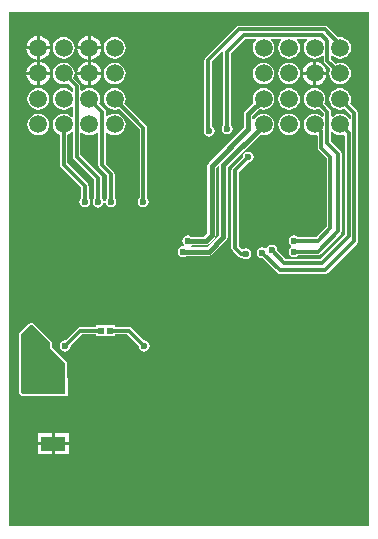
<source format=gbl>
G04*
G04 #@! TF.GenerationSoftware,Altium Limited,Altium Designer,18.0.7 (293)*
G04*
G04 Layer_Physical_Order=2*
G04 Layer_Color=16711680*
%FSLAX25Y25*%
%MOIN*%
G70*
G01*
G75*
%ADD11C,0.01181*%
%ADD22R,0.01968X0.02362*%
%ADD53C,0.01500*%
%ADD57C,0.05906*%
%ADD58C,0.02362*%
%ADD59R,0.08268X0.05000*%
%ADD60R,0.11024X0.07972*%
G36*
X123031Y2953D02*
X2953D01*
Y174213D01*
X123031D01*
Y2953D01*
D02*
G37*
%LPC*%
G36*
X30185Y166283D02*
Y162862D01*
X33606D01*
X33536Y163394D01*
X33138Y164356D01*
X32504Y165181D01*
X31679Y165815D01*
X30717Y166213D01*
X30185Y166283D01*
D02*
G37*
G36*
X13177D02*
Y162862D01*
X16598D01*
X16528Y163394D01*
X16130Y164356D01*
X15496Y165181D01*
X14671Y165815D01*
X13709Y166213D01*
X13177Y166283D01*
D02*
G37*
G36*
X12177Y166283D02*
X11645Y166213D01*
X10684Y165815D01*
X9858Y165181D01*
X9224Y164356D01*
X8826Y163394D01*
X8756Y162862D01*
X12177D01*
Y166283D01*
D02*
G37*
G36*
X29185D02*
X28653Y166213D01*
X27692Y165815D01*
X26866Y165181D01*
X26232Y164356D01*
X25834Y163394D01*
X25764Y162862D01*
X29185D01*
Y166283D01*
D02*
G37*
G36*
X108268Y169748D02*
X79528D01*
X79051Y169654D01*
X78648Y169384D01*
X68411Y159148D01*
X68142Y158744D01*
X68047Y158268D01*
Y135454D01*
X67979Y135352D01*
X67839Y134646D01*
X67979Y133939D01*
X68379Y133340D01*
X68978Y132940D01*
X69685Y132799D01*
X70392Y132940D01*
X70991Y133340D01*
X71391Y133939D01*
X71531Y134646D01*
X71391Y135352D01*
X70991Y135951D01*
X70536Y136255D01*
Y157752D01*
X73962Y161179D01*
X74002Y161174D01*
X74445Y160954D01*
Y136780D01*
X74383Y136739D01*
X73983Y136140D01*
X73843Y135433D01*
X73983Y134726D01*
X74383Y134127D01*
X74982Y133727D01*
X75689Y133587D01*
X76396Y133727D01*
X76995Y134127D01*
X77395Y134726D01*
X77535Y135433D01*
X77395Y136140D01*
X76995Y136739D01*
X76933Y136780D01*
Y160607D01*
X81775Y165448D01*
X85154D01*
X85315Y164975D01*
X85240Y164917D01*
X84666Y164169D01*
X84305Y163297D01*
X84182Y162362D01*
X84305Y161427D01*
X84666Y160555D01*
X85240Y159807D01*
X85988Y159233D01*
X86860Y158872D01*
X87795Y158749D01*
X88731Y158872D01*
X89602Y159233D01*
X90351Y159807D01*
X90925Y160555D01*
X91286Y161427D01*
X91409Y162362D01*
X91286Y163297D01*
X90925Y164169D01*
X90351Y164917D01*
X90275Y164975D01*
X90436Y165448D01*
X93659D01*
X93819Y164975D01*
X93744Y164917D01*
X93170Y164169D01*
X92809Y163297D01*
X92686Y162362D01*
X92809Y161427D01*
X93170Y160555D01*
X93744Y159807D01*
X94492Y159233D01*
X95364Y158872D01*
X96299Y158749D01*
X97234Y158872D01*
X98106Y159233D01*
X98854Y159807D01*
X99429Y160555D01*
X99790Y161427D01*
X99913Y162362D01*
X99790Y163297D01*
X99429Y164169D01*
X98854Y164917D01*
X98779Y164975D01*
X98940Y165448D01*
X102162D01*
X102323Y164975D01*
X102248Y164917D01*
X101674Y164169D01*
X101313Y163297D01*
X101190Y162362D01*
X101313Y161427D01*
X101674Y160555D01*
X102248Y159807D01*
X102996Y159233D01*
X103868Y158872D01*
X104803Y158749D01*
X105738Y158872D01*
X106610Y159233D01*
X107311Y159771D01*
X107710Y159688D01*
X107811Y159653D01*
Y158110D01*
X107905Y157634D01*
X108175Y157230D01*
X110050Y155356D01*
X109817Y154794D01*
X109694Y153858D01*
X109817Y152923D01*
X110178Y152051D01*
X110752Y151303D01*
X111500Y150729D01*
X112372Y150368D01*
X113307Y150245D01*
X114242Y150368D01*
X115114Y150729D01*
X115862Y151303D01*
X116437Y152051D01*
X116797Y152923D01*
X116921Y153858D01*
X116797Y154794D01*
X116437Y155665D01*
X115862Y156413D01*
X115114Y156988D01*
X114242Y157349D01*
X113307Y157472D01*
X112372Y157349D01*
X111809Y157116D01*
X110300Y158626D01*
Y159653D01*
X110400Y159688D01*
X110800Y159771D01*
X111500Y159233D01*
X112372Y158872D01*
X113307Y158749D01*
X114242Y158872D01*
X115114Y159233D01*
X115862Y159807D01*
X116437Y160555D01*
X116797Y161427D01*
X116921Y162362D01*
X116797Y163297D01*
X116437Y164169D01*
X115862Y164917D01*
X115114Y165492D01*
X114242Y165853D01*
X113307Y165976D01*
X112643Y165888D01*
X109148Y169384D01*
X108744Y169654D01*
X108268Y169748D01*
D02*
G37*
G36*
X38189Y165976D02*
X37254Y165853D01*
X36382Y165492D01*
X35634Y164917D01*
X35059Y164169D01*
X34699Y163297D01*
X34575Y162362D01*
X34699Y161427D01*
X35059Y160555D01*
X35634Y159807D01*
X36382Y159233D01*
X37254Y158872D01*
X38189Y158749D01*
X39124Y158872D01*
X39996Y159233D01*
X40744Y159807D01*
X41318Y160555D01*
X41679Y161427D01*
X41803Y162362D01*
X41679Y163297D01*
X41318Y164169D01*
X40744Y164917D01*
X39996Y165492D01*
X39124Y165853D01*
X38189Y165976D01*
D02*
G37*
G36*
X21181D02*
X20246Y165853D01*
X19374Y165492D01*
X18626Y164917D01*
X18052Y164169D01*
X17691Y163297D01*
X17568Y162362D01*
X17691Y161427D01*
X18052Y160555D01*
X18626Y159807D01*
X19374Y159233D01*
X20246Y158872D01*
X21181Y158749D01*
X22116Y158872D01*
X22988Y159233D01*
X23736Y159807D01*
X24311Y160555D01*
X24672Y161427D01*
X24795Y162362D01*
X24672Y163297D01*
X24311Y164169D01*
X23736Y164917D01*
X22988Y165492D01*
X22116Y165853D01*
X21181Y165976D01*
D02*
G37*
G36*
X33606Y161862D02*
X30185D01*
Y158441D01*
X30717Y158511D01*
X31679Y158909D01*
X32504Y159543D01*
X33138Y160369D01*
X33536Y161330D01*
X33606Y161862D01*
D02*
G37*
G36*
X16598D02*
X13177D01*
Y158441D01*
X13709Y158511D01*
X14671Y158909D01*
X15496Y159543D01*
X16130Y160369D01*
X16528Y161330D01*
X16598Y161862D01*
D02*
G37*
G36*
X12177D02*
X8756D01*
X8826Y161330D01*
X9224Y160369D01*
X9858Y159543D01*
X10684Y158909D01*
X11645Y158511D01*
X12177Y158441D01*
Y161862D01*
D02*
G37*
G36*
X29185D02*
X25764D01*
X25834Y161330D01*
X26232Y160369D01*
X26866Y159543D01*
X27692Y158909D01*
X28653Y158511D01*
X29185Y158441D01*
Y161862D01*
D02*
G37*
G36*
X30185Y157779D02*
Y154358D01*
X33606D01*
X33536Y154890D01*
X33138Y155852D01*
X32504Y156677D01*
X31679Y157311D01*
X30717Y157709D01*
X30185Y157779D01*
D02*
G37*
G36*
X13177D02*
Y154358D01*
X16598D01*
X16528Y154890D01*
X16130Y155852D01*
X15496Y156677D01*
X14671Y157311D01*
X13709Y157709D01*
X13177Y157779D01*
D02*
G37*
G36*
X105303Y157779D02*
Y154358D01*
X108724D01*
X108654Y154890D01*
X108256Y155852D01*
X107622Y156677D01*
X106797Y157311D01*
X105835Y157709D01*
X105303Y157779D01*
D02*
G37*
G36*
X104303Y157779D02*
X103771Y157709D01*
X102810Y157311D01*
X101984Y156677D01*
X101350Y155852D01*
X100952Y154890D01*
X100882Y154358D01*
X104303D01*
Y157779D01*
D02*
G37*
G36*
X12177Y157779D02*
X11645Y157709D01*
X10684Y157311D01*
X9858Y156677D01*
X9224Y155852D01*
X8826Y154890D01*
X8756Y154358D01*
X12177D01*
Y157779D01*
D02*
G37*
G36*
X29185D02*
X28653Y157709D01*
X27692Y157311D01*
X26866Y156677D01*
X26232Y155852D01*
X25834Y154890D01*
X25764Y154358D01*
X29185D01*
Y157779D01*
D02*
G37*
G36*
X96299Y157472D02*
X95364Y157349D01*
X94492Y156988D01*
X93744Y156413D01*
X93170Y155665D01*
X92809Y154794D01*
X92686Y153858D01*
X92809Y152923D01*
X93170Y152051D01*
X93744Y151303D01*
X94492Y150729D01*
X95364Y150368D01*
X96299Y150245D01*
X97234Y150368D01*
X98106Y150729D01*
X98854Y151303D01*
X99429Y152051D01*
X99790Y152923D01*
X99913Y153858D01*
X99790Y154794D01*
X99429Y155665D01*
X98854Y156413D01*
X98106Y156988D01*
X97234Y157349D01*
X96299Y157472D01*
D02*
G37*
G36*
X87795D02*
X86860Y157349D01*
X85988Y156988D01*
X85240Y156413D01*
X84666Y155665D01*
X84305Y154794D01*
X84182Y153858D01*
X84305Y152923D01*
X84666Y152051D01*
X85240Y151303D01*
X85988Y150729D01*
X86860Y150368D01*
X87795Y150245D01*
X88731Y150368D01*
X89602Y150729D01*
X90351Y151303D01*
X90925Y152051D01*
X91286Y152923D01*
X91409Y153858D01*
X91286Y154794D01*
X90925Y155665D01*
X90351Y156413D01*
X89602Y156988D01*
X88731Y157349D01*
X87795Y157472D01*
D02*
G37*
G36*
X38189D02*
X37254Y157349D01*
X36382Y156988D01*
X35634Y156413D01*
X35059Y155665D01*
X34699Y154794D01*
X34575Y153858D01*
X34699Y152923D01*
X35059Y152051D01*
X35634Y151303D01*
X36382Y150729D01*
X37254Y150368D01*
X38189Y150245D01*
X39124Y150368D01*
X39996Y150729D01*
X40744Y151303D01*
X41318Y152051D01*
X41679Y152923D01*
X41803Y153858D01*
X41679Y154794D01*
X41318Y155665D01*
X40744Y156413D01*
X39996Y156988D01*
X39124Y157349D01*
X38189Y157472D01*
D02*
G37*
G36*
X33606Y153358D02*
X30185D01*
Y149937D01*
X30717Y150007D01*
X31679Y150406D01*
X32504Y151039D01*
X33138Y151865D01*
X33536Y152826D01*
X33606Y153358D01*
D02*
G37*
G36*
X16598D02*
X13177D01*
Y149937D01*
X13709Y150007D01*
X14671Y150406D01*
X15496Y151039D01*
X16130Y151865D01*
X16528Y152826D01*
X16598Y153358D01*
D02*
G37*
G36*
X104303D02*
X100882D01*
X100952Y152826D01*
X101350Y151865D01*
X101984Y151039D01*
X102810Y150406D01*
X103771Y150007D01*
X104303Y149937D01*
Y153358D01*
D02*
G37*
G36*
X108724D02*
X105303D01*
Y149937D01*
X105835Y150007D01*
X106797Y150406D01*
X107622Y151039D01*
X108256Y151865D01*
X108654Y152826D01*
X108724Y153358D01*
D02*
G37*
G36*
X12177D02*
X8756D01*
X8826Y152826D01*
X9224Y151865D01*
X9858Y151039D01*
X10684Y150406D01*
X11645Y150007D01*
X12177Y149937D01*
Y153358D01*
D02*
G37*
G36*
X29185D02*
X25764D01*
X25834Y152826D01*
X26232Y151865D01*
X26866Y151039D01*
X27692Y150406D01*
X28653Y150007D01*
X29185Y149937D01*
Y153358D01*
D02*
G37*
G36*
X21181Y157472D02*
X20246Y157349D01*
X19374Y156988D01*
X18626Y156413D01*
X18052Y155665D01*
X17691Y154794D01*
X17568Y153858D01*
X17691Y152923D01*
X18052Y152051D01*
X18626Y151303D01*
X19374Y150729D01*
X20246Y150368D01*
X21181Y150245D01*
X22116Y150368D01*
X22679Y150601D01*
X24267Y149012D01*
Y147995D01*
X23794Y147834D01*
X23736Y147909D01*
X22988Y148484D01*
X22116Y148845D01*
X21181Y148968D01*
X20246Y148845D01*
X19374Y148484D01*
X18626Y147909D01*
X18052Y147161D01*
X17691Y146290D01*
X17568Y145354D01*
X17691Y144419D01*
X18052Y143547D01*
X18626Y142799D01*
X19374Y142225D01*
X20246Y141864D01*
X21181Y141741D01*
X22116Y141864D01*
X22988Y142225D01*
X23736Y142799D01*
X23794Y142874D01*
X24267Y142714D01*
Y139491D01*
X23794Y139330D01*
X23736Y139406D01*
X22988Y139980D01*
X22116Y140341D01*
X21181Y140464D01*
X20246Y140341D01*
X19374Y139980D01*
X18626Y139406D01*
X18052Y138657D01*
X17691Y137786D01*
X17568Y136850D01*
X17691Y135915D01*
X18052Y135044D01*
X18626Y134295D01*
X19374Y133721D01*
X19937Y133488D01*
Y123406D01*
X20031Y122929D01*
X20301Y122526D01*
X27004Y115823D01*
Y112469D01*
X26942Y112428D01*
X26542Y111829D01*
X26401Y111122D01*
X26542Y110415D01*
X26942Y109816D01*
X27541Y109416D01*
X28248Y109275D01*
X28955Y109416D01*
X29554Y109816D01*
X29954Y110415D01*
X30095Y111122D01*
X29954Y111829D01*
X29554Y112428D01*
X29492Y112469D01*
Y116339D01*
X29398Y116815D01*
X29128Y117218D01*
X22425Y123921D01*
Y133488D01*
X22988Y133721D01*
X23736Y134295D01*
X23794Y134370D01*
X24267Y134210D01*
Y126161D01*
X24362Y125685D01*
X24632Y125282D01*
X31433Y118481D01*
Y112272D01*
X31372Y112231D01*
X30971Y111632D01*
X30831Y110925D01*
X30971Y110219D01*
X31372Y109619D01*
X31971Y109219D01*
X32677Y109079D01*
X33384Y109219D01*
X33983Y109619D01*
X34383Y110219D01*
X34524Y110925D01*
X34383Y111632D01*
X33983Y112231D01*
X33922Y112272D01*
Y118996D01*
X33827Y119472D01*
X33557Y119876D01*
X26756Y126677D01*
Y134019D01*
X27256Y134198D01*
X27878Y133721D01*
X28750Y133360D01*
X29685Y133237D01*
X30620Y133360D01*
X31492Y133721D01*
X32240Y134295D01*
X32298Y134370D01*
X32771Y134210D01*
Y123169D01*
X32866Y122693D01*
X33136Y122289D01*
X35665Y119760D01*
Y112370D01*
X35604Y112329D01*
X35203Y111730D01*
X35063Y111024D01*
X35203Y110317D01*
X35604Y109718D01*
X36203Y109318D01*
X36909Y109177D01*
X37616Y109318D01*
X38215Y109718D01*
X38615Y110317D01*
X38756Y111024D01*
X38615Y111730D01*
X38215Y112329D01*
X38154Y112370D01*
Y120276D01*
X38059Y120752D01*
X37789Y121156D01*
X35260Y123685D01*
Y134019D01*
X35760Y134198D01*
X36382Y133721D01*
X37254Y133360D01*
X38189Y133237D01*
X39124Y133360D01*
X39996Y133721D01*
X40744Y134295D01*
X41318Y135044D01*
X41679Y135915D01*
X41803Y136850D01*
X41679Y137786D01*
X41318Y138657D01*
X40744Y139406D01*
X39996Y139980D01*
X39124Y140341D01*
X38189Y140464D01*
X37254Y140341D01*
X36382Y139980D01*
X35760Y139503D01*
X35260Y139682D01*
Y141024D01*
X35165Y141500D01*
X34896Y141903D01*
X32943Y143857D01*
X33176Y144419D01*
X33299Y145354D01*
X33176Y146290D01*
X32814Y147161D01*
X32240Y147909D01*
X31492Y148484D01*
X30620Y148845D01*
X29685Y148968D01*
X28750Y148845D01*
X27878Y148484D01*
X27256Y148006D01*
X26756Y148186D01*
Y149528D01*
X26662Y150004D01*
X26392Y150408D01*
X24439Y152361D01*
X24672Y152923D01*
X24795Y153858D01*
X24672Y154794D01*
X24311Y155665D01*
X23736Y156413D01*
X22988Y156988D01*
X22116Y157349D01*
X21181Y157472D01*
D02*
G37*
G36*
X96299Y148968D02*
X95364Y148845D01*
X94492Y148484D01*
X93744Y147909D01*
X93170Y147161D01*
X92809Y146290D01*
X92686Y145354D01*
X92809Y144419D01*
X93170Y143547D01*
X93744Y142799D01*
X94492Y142225D01*
X95364Y141864D01*
X96299Y141741D01*
X97234Y141864D01*
X98106Y142225D01*
X98854Y142799D01*
X99429Y143547D01*
X99790Y144419D01*
X99913Y145354D01*
X99790Y146290D01*
X99429Y147161D01*
X98854Y147909D01*
X98106Y148484D01*
X97234Y148845D01*
X96299Y148968D01*
D02*
G37*
G36*
X87795D02*
X86860Y148845D01*
X85988Y148484D01*
X85240Y147909D01*
X84666Y147161D01*
X84305Y146290D01*
X84182Y145354D01*
X84305Y144419D01*
X84470Y144019D01*
X81682Y141231D01*
X81377Y140775D01*
X81270Y140236D01*
Y135851D01*
X69478Y124058D01*
X69173Y123601D01*
X69065Y123063D01*
Y100575D01*
X67929Y99439D01*
X63753D01*
X63305Y99737D01*
X62598Y99878D01*
X61892Y99737D01*
X61293Y99337D01*
X60892Y98738D01*
X60752Y98032D01*
X60892Y97325D01*
X61243Y96801D01*
X61121Y96493D01*
X61001Y96330D01*
X60317Y96194D01*
X59718Y95794D01*
X59318Y95195D01*
X59177Y94488D01*
X59318Y93782D01*
X59718Y93182D01*
X60317Y92782D01*
X61024Y92642D01*
X61730Y92782D01*
X62178Y93081D01*
X69685D01*
X70223Y93188D01*
X70680Y93493D01*
X75404Y98218D01*
X75709Y98674D01*
X75816Y99213D01*
Y122626D01*
X86641Y133450D01*
X86860Y133360D01*
X87795Y133237D01*
X88731Y133360D01*
X89602Y133721D01*
X90351Y134295D01*
X90925Y135044D01*
X91286Y135915D01*
X91409Y136850D01*
X91286Y137786D01*
X90925Y138657D01*
X90351Y139406D01*
X89602Y139980D01*
X88731Y140341D01*
X87795Y140464D01*
X86860Y140341D01*
X85988Y139980D01*
X85240Y139406D01*
X84666Y138657D01*
X84584Y138460D01*
X84084Y138559D01*
Y139653D01*
X86460Y142030D01*
X86860Y141864D01*
X87795Y141741D01*
X88731Y141864D01*
X89602Y142225D01*
X90351Y142799D01*
X90925Y143547D01*
X91286Y144419D01*
X91409Y145354D01*
X91286Y146290D01*
X90925Y147161D01*
X90351Y147909D01*
X89602Y148484D01*
X88731Y148845D01*
X87795Y148968D01*
D02*
G37*
G36*
X12677D02*
X11742Y148845D01*
X10870Y148484D01*
X10122Y147909D01*
X9548Y147161D01*
X9187Y146290D01*
X9064Y145354D01*
X9187Y144419D01*
X9548Y143547D01*
X10122Y142799D01*
X10870Y142225D01*
X11742Y141864D01*
X12677Y141741D01*
X13612Y141864D01*
X14484Y142225D01*
X15232Y142799D01*
X15807Y143547D01*
X16168Y144419D01*
X16291Y145354D01*
X16168Y146290D01*
X15807Y147161D01*
X15232Y147909D01*
X14484Y148484D01*
X13612Y148845D01*
X12677Y148968D01*
D02*
G37*
G36*
X113307D02*
X112372Y148845D01*
X111500Y148484D01*
X110752Y147909D01*
X110178Y147161D01*
X109817Y146290D01*
X109694Y145354D01*
X109817Y144419D01*
X110178Y143547D01*
X110752Y142799D01*
X111500Y142225D01*
X112372Y141864D01*
X113307Y141741D01*
X114242Y141864D01*
X114805Y142097D01*
X116866Y140036D01*
Y138881D01*
X116744Y138818D01*
X116366Y138749D01*
X115862Y139406D01*
X115114Y139980D01*
X114242Y140341D01*
X113307Y140464D01*
X112372Y140341D01*
X111500Y139980D01*
X110800Y139442D01*
X110400Y139525D01*
X110300Y139559D01*
Y141102D01*
X110205Y141579D01*
X109935Y141982D01*
X108061Y143857D01*
X108294Y144419D01*
X108417Y145354D01*
X108294Y146290D01*
X107933Y147161D01*
X107358Y147909D01*
X106610Y148484D01*
X105738Y148845D01*
X104803Y148968D01*
X103868Y148845D01*
X102996Y148484D01*
X102248Y147909D01*
X101674Y147161D01*
X101313Y146290D01*
X101190Y145354D01*
X101313Y144419D01*
X101674Y143547D01*
X102248Y142799D01*
X102996Y142225D01*
X103868Y141864D01*
X104803Y141741D01*
X105738Y141864D01*
X106301Y142097D01*
X107811Y140587D01*
Y139559D01*
X107710Y139525D01*
X107311Y139442D01*
X106610Y139980D01*
X105738Y140341D01*
X104803Y140464D01*
X103868Y140341D01*
X102996Y139980D01*
X102248Y139406D01*
X101674Y138657D01*
X101313Y137786D01*
X101190Y136850D01*
X101313Y135915D01*
X101674Y135044D01*
X102248Y134295D01*
X102996Y133721D01*
X103868Y133360D01*
X104803Y133237D01*
X105342Y133308D01*
X105842Y132887D01*
Y129134D01*
X105937Y128658D01*
X106207Y128254D01*
X108854Y125607D01*
Y102732D01*
X105398Y99276D01*
X99378D01*
X99337Y99337D01*
X98738Y99737D01*
X98032Y99878D01*
X97325Y99737D01*
X96726Y99337D01*
X96326Y98738D01*
X96185Y98032D01*
X96326Y97325D01*
X96726Y96726D01*
X96973Y96561D01*
Y95959D01*
X96726Y95794D01*
X96326Y95195D01*
X96185Y94488D01*
X96326Y93782D01*
X96726Y93182D01*
X97325Y92782D01*
X98032Y92642D01*
X98738Y92782D01*
X99337Y93182D01*
X99378Y93244D01*
X105905D01*
X106382Y93339D01*
X106785Y93608D01*
X113478Y100301D01*
X113748Y100705D01*
X113843Y101181D01*
Y127165D01*
X113748Y127642D01*
X113478Y128045D01*
X110300Y131224D01*
Y134142D01*
X110400Y134176D01*
X110800Y134259D01*
X111500Y133721D01*
X112372Y133360D01*
X113307Y133237D01*
X114242Y133360D01*
X114397Y133424D01*
X114897Y133090D01*
Y100114D01*
X106717Y91933D01*
X95259D01*
X92383Y94810D01*
X92398Y94882D01*
X92257Y95588D01*
X91857Y96188D01*
X91258Y96588D01*
X90551Y96728D01*
X89845Y96588D01*
X89245Y96188D01*
X88972Y95779D01*
X88840Y95589D01*
X88346Y95641D01*
X88108Y95800D01*
X87402Y95941D01*
X86695Y95800D01*
X86096Y95400D01*
X85696Y94801D01*
X85555Y94095D01*
X85696Y93388D01*
X86096Y92789D01*
X86695Y92388D01*
X87402Y92248D01*
X87474Y92262D01*
X92427Y87309D01*
X92831Y87039D01*
X93307Y86945D01*
X108268D01*
X108744Y87039D01*
X109148Y87309D01*
X118990Y97152D01*
X119260Y97555D01*
X119355Y98032D01*
Y140551D01*
X119260Y141027D01*
X118990Y141431D01*
X116565Y143857D01*
X116797Y144419D01*
X116921Y145354D01*
X116797Y146290D01*
X116437Y147161D01*
X115862Y147909D01*
X115114Y148484D01*
X114242Y148845D01*
X113307Y148968D01*
D02*
G37*
G36*
X96299Y140464D02*
X95364Y140341D01*
X94492Y139980D01*
X93744Y139406D01*
X93170Y138657D01*
X92809Y137786D01*
X92686Y136850D01*
X92809Y135915D01*
X93170Y135044D01*
X93744Y134295D01*
X94492Y133721D01*
X95364Y133360D01*
X96299Y133237D01*
X97234Y133360D01*
X98106Y133721D01*
X98854Y134295D01*
X99429Y135044D01*
X99790Y135915D01*
X99913Y136850D01*
X99790Y137786D01*
X99429Y138657D01*
X98854Y139406D01*
X98106Y139980D01*
X97234Y140341D01*
X96299Y140464D01*
D02*
G37*
G36*
X12677D02*
X11742Y140341D01*
X10870Y139980D01*
X10122Y139406D01*
X9548Y138657D01*
X9187Y137786D01*
X9064Y136850D01*
X9187Y135915D01*
X9548Y135044D01*
X10122Y134295D01*
X10870Y133721D01*
X11742Y133360D01*
X12677Y133237D01*
X13612Y133360D01*
X14484Y133721D01*
X15232Y134295D01*
X15807Y135044D01*
X16168Y135915D01*
X16291Y136850D01*
X16168Y137786D01*
X15807Y138657D01*
X15232Y139406D01*
X14484Y139980D01*
X13612Y140341D01*
X12677Y140464D01*
D02*
G37*
G36*
X82677Y127831D02*
X81971Y127690D01*
X81371Y127290D01*
X80971Y126691D01*
X80831Y125984D01*
X80845Y125912D01*
X77466Y122533D01*
X77197Y122130D01*
X77102Y121653D01*
Y95669D01*
X77197Y95193D01*
X77466Y94789D01*
X79435Y92821D01*
X79839Y92551D01*
X80315Y92456D01*
X80543D01*
X80584Y92395D01*
X81183Y91995D01*
X81890Y91854D01*
X82596Y91995D01*
X83195Y92395D01*
X83596Y92994D01*
X83736Y93701D01*
X83596Y94407D01*
X83195Y95007D01*
X82596Y95407D01*
X81890Y95547D01*
X81183Y95407D01*
X80695Y95081D01*
X79591Y96185D01*
Y121138D01*
X82605Y124152D01*
X82677Y124138D01*
X83384Y124278D01*
X83983Y124679D01*
X84383Y125278D01*
X84524Y125984D01*
X84383Y126691D01*
X83983Y127290D01*
X83384Y127690D01*
X82677Y127831D01*
D02*
G37*
G36*
X38189Y148968D02*
X37254Y148845D01*
X36382Y148484D01*
X35634Y147909D01*
X35059Y147161D01*
X34699Y146290D01*
X34575Y145354D01*
X34699Y144419D01*
X35059Y143547D01*
X35634Y142799D01*
X36382Y142225D01*
X37254Y141864D01*
X38189Y141741D01*
X39124Y141864D01*
X39687Y142097D01*
X46492Y135292D01*
Y112370D01*
X46431Y112329D01*
X46030Y111730D01*
X45890Y111024D01*
X46030Y110317D01*
X46431Y109718D01*
X47030Y109318D01*
X47736Y109177D01*
X48443Y109318D01*
X49042Y109718D01*
X49442Y110317D01*
X49583Y111024D01*
X49442Y111730D01*
X49042Y112329D01*
X48981Y112370D01*
Y135807D01*
X48886Y136283D01*
X48616Y136687D01*
X41447Y143857D01*
X41679Y144419D01*
X41803Y145354D01*
X41679Y146290D01*
X41318Y147161D01*
X40744Y147909D01*
X39996Y148484D01*
X39124Y148845D01*
X38189Y148968D01*
D02*
G37*
G36*
X38228Y69921D02*
X32047D01*
Y69355D01*
X26772D01*
X26295Y69260D01*
X25892Y68990D01*
X21726Y64824D01*
X21654Y64839D01*
X20947Y64698D01*
X20348Y64298D01*
X19948Y63699D01*
X19807Y62992D01*
X19948Y62286D01*
X20348Y61686D01*
X20947Y61286D01*
X21654Y61146D01*
X22360Y61286D01*
X22959Y61686D01*
X23359Y62286D01*
X23500Y62992D01*
X23486Y63064D01*
X27287Y66866D01*
X32047D01*
Y66299D01*
X38228D01*
Y66866D01*
X42398D01*
X46199Y63064D01*
X46185Y62992D01*
X46326Y62286D01*
X46726Y61686D01*
X47325Y61286D01*
X48031Y61146D01*
X48738Y61286D01*
X49337Y61686D01*
X49737Y62286D01*
X49878Y62992D01*
X49737Y63699D01*
X49337Y64298D01*
X48738Y64698D01*
X48031Y64839D01*
X47959Y64824D01*
X43793Y68990D01*
X43390Y69260D01*
X42913Y69355D01*
X38228D01*
Y69921D01*
D02*
G37*
G36*
X10827Y70524D02*
X10827Y70524D01*
X9843D01*
X9597Y70475D01*
X9388Y70336D01*
X9388Y70336D01*
X6436Y67383D01*
X6296Y67175D01*
X6247Y66929D01*
X6247Y66929D01*
Y49213D01*
Y47638D01*
X6247Y47638D01*
X6296Y47392D01*
X6436Y47184D01*
X6436Y47184D01*
X7223Y46396D01*
X7431Y46257D01*
X7677Y46208D01*
X7677Y46208D01*
X12953D01*
Y46181D01*
X22480D01*
Y52441D01*
X22394D01*
Y57284D01*
X22376Y57376D01*
X22367Y57469D01*
X22352Y57498D01*
X22345Y57529D01*
X22293Y57607D01*
X22249Y57690D01*
X22224Y57711D01*
X22206Y57738D01*
X22206Y57738D01*
X17375Y62569D01*
Y63976D01*
X17326Y64222D01*
X17186Y64430D01*
X17186Y64431D01*
X11281Y70336D01*
X11073Y70475D01*
X10827Y70524D01*
D02*
G37*
G36*
X22850Y33913D02*
X18216D01*
Y30913D01*
X22850D01*
Y33913D01*
D02*
G37*
G36*
X17217D02*
X12583D01*
Y30913D01*
X17217D01*
Y33913D01*
D02*
G37*
G36*
X22850Y29913D02*
X18216D01*
Y26913D01*
X22850D01*
Y29913D01*
D02*
G37*
G36*
X17217D02*
X12583D01*
Y26913D01*
X17217D01*
Y29913D01*
D02*
G37*
%LPD*%
G36*
X73002Y122896D02*
Y99795D01*
X69102Y95895D01*
X63778D01*
X63579Y96395D01*
X63811Y96624D01*
X68512D01*
X69050Y96732D01*
X69507Y97037D01*
X71467Y98997D01*
X71772Y99454D01*
X71879Y99992D01*
Y122480D01*
X72502Y123103D01*
X73002Y122896D01*
D02*
G37*
G36*
X16732Y63976D02*
Y62303D01*
X21752Y57284D01*
X18504Y54626D01*
X16240Y56890D01*
X16083D01*
X14075Y50197D01*
X14764D01*
X13780Y47244D01*
X13583D01*
Y46850D01*
X7677D01*
X6890Y47638D01*
Y49213D01*
Y66929D01*
X9843Y69882D01*
X10827D01*
X16732Y63976D01*
D02*
G37*
D11*
X28248Y111122D02*
Y116339D01*
X32677Y110925D02*
Y118996D01*
X21181Y123406D02*
X28248Y116339D01*
X25512Y126161D02*
X32677Y118996D01*
X21654Y62992D02*
X26772Y68110D01*
X34016Y123169D02*
Y141024D01*
X29685Y145354D02*
X34016Y141024D01*
X47736Y111024D02*
Y135807D01*
X38189Y145354D02*
X47736Y135807D01*
X25512Y126161D02*
Y149528D01*
X21181Y153858D02*
X25512Y149528D01*
X107126Y166693D02*
X109055Y164764D01*
X81260Y166693D02*
X107126D01*
X75689Y161122D02*
X81260Y166693D01*
X75689Y135433D02*
Y161122D01*
X26772Y68110D02*
X33661D01*
X36614D02*
X42913D01*
X48031Y62992D01*
X109055Y158110D02*
Y164764D01*
Y158110D02*
X113307Y153858D01*
X80315Y93701D02*
X81890D01*
X78347Y95669D02*
X80315Y93701D01*
X78347Y95669D02*
Y121653D01*
X82677Y125984D01*
X69291Y135039D02*
X69685Y134646D01*
X69291Y135039D02*
Y158268D01*
X79528Y168504D01*
X108268D01*
X113307Y163465D01*
Y162362D02*
Y163465D01*
X90551Y94882D02*
X90551D01*
X94744Y90689D01*
X113307Y136850D02*
X116142Y134016D01*
X118110Y98032D02*
Y140551D01*
X109055Y130709D02*
X112598Y127165D01*
X109055Y130709D02*
Y141102D01*
X107087Y129134D02*
Y134567D01*
X104803Y136850D02*
X107087Y134567D01*
X98032Y98032D02*
X105913D01*
X110098Y102217D01*
Y126122D01*
X107087Y129134D02*
X110098Y126122D01*
X98032Y94488D02*
X105905D01*
X112598Y101181D01*
Y127165D01*
X104803Y145354D02*
X109055Y141102D01*
X94744Y90689D02*
X107232D01*
X116142Y99598D01*
Y134016D01*
X87402Y94095D02*
X93307Y88189D01*
X108268D01*
X118110Y98032D01*
X113307Y145354D02*
X118110Y140551D01*
X36909Y111024D02*
Y120276D01*
X21181Y123406D02*
Y136850D01*
X34016Y123169D02*
X36909Y120276D01*
D22*
X36614Y68110D02*
D03*
X33661D02*
D03*
D53*
X87795Y136594D02*
Y136850D01*
X74410Y123208D02*
X87795Y136594D01*
X74410Y99213D02*
Y123208D01*
X69685Y94488D02*
X74410Y99213D01*
X62598Y98032D02*
X68512D01*
X70472Y99992D01*
Y123063D01*
X82677Y135268D01*
Y140236D01*
X87795Y145354D01*
X61024Y94488D02*
X69685D01*
D57*
X113307Y153858D02*
D03*
Y145354D02*
D03*
Y136850D02*
D03*
X104803Y162362D02*
D03*
Y153858D02*
D03*
Y145354D02*
D03*
Y136850D02*
D03*
X113307Y162362D02*
D03*
X96299D02*
D03*
X87795Y136850D02*
D03*
Y145354D02*
D03*
Y153858D02*
D03*
Y162362D02*
D03*
X96299Y136850D02*
D03*
Y145354D02*
D03*
Y153858D02*
D03*
X21181D02*
D03*
Y145354D02*
D03*
Y136850D02*
D03*
X12677Y162362D02*
D03*
Y153858D02*
D03*
Y145354D02*
D03*
Y136850D02*
D03*
X21181Y162362D02*
D03*
X38189D02*
D03*
X29685Y136850D02*
D03*
Y145354D02*
D03*
Y153858D02*
D03*
Y162362D02*
D03*
X38189Y136850D02*
D03*
Y145354D02*
D03*
Y153858D02*
D03*
D58*
X28248Y111122D02*
D03*
X32677Y110925D02*
D03*
X8858Y56890D02*
D03*
X8563Y65256D02*
D03*
X8760Y61221D02*
D03*
Y52658D02*
D03*
X11220Y50197D02*
D03*
X12303Y54232D02*
D03*
X15748Y52165D02*
D03*
X19980Y52067D02*
D03*
X21654Y62992D02*
D03*
X48031D02*
D03*
X75689Y135433D02*
D03*
X81890Y93701D02*
D03*
X82677Y125984D02*
D03*
X69685Y134646D02*
D03*
X90551Y94882D02*
D03*
X62598Y98032D02*
D03*
X61024Y94488D02*
D03*
X98032Y98032D02*
D03*
Y94488D02*
D03*
X87402Y94095D02*
D03*
X36909Y111024D02*
D03*
X47736Y111024D02*
D03*
D59*
X17717Y30413D02*
D03*
Y49311D02*
D03*
D60*
X16240Y53297D02*
D03*
M02*

</source>
